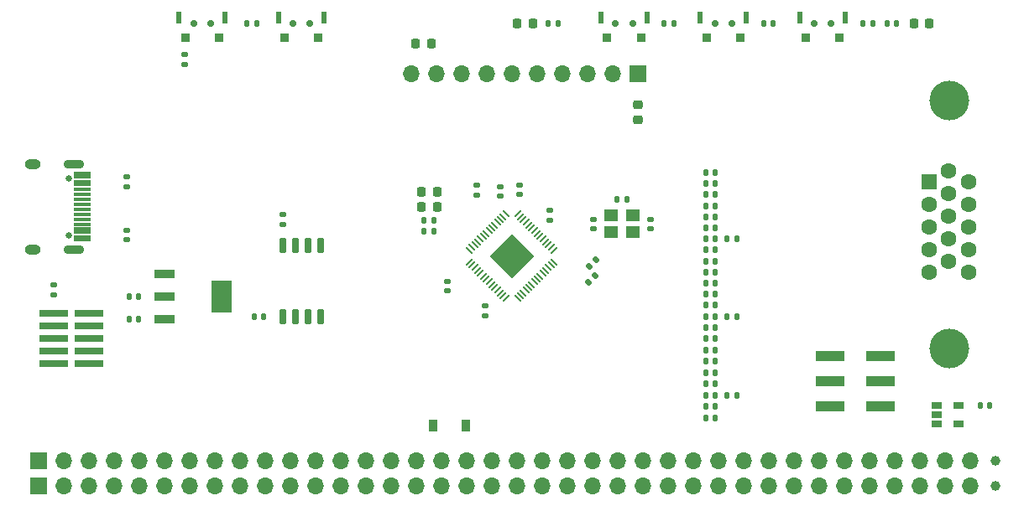
<source format=gts>
G04 #@! TF.GenerationSoftware,KiCad,Pcbnew,6.0.7-f9a2dced07~116~ubuntu22.04.1*
G04 #@! TF.CreationDate,2022-09-25T15:05:22-07:00*
G04 #@! TF.ProjectId,rc2014compat-pico-vga,72633230-3134-4636-9f6d-7061742d7069,rev?*
G04 #@! TF.SameCoordinates,Original*
G04 #@! TF.FileFunction,Soldermask,Top*
G04 #@! TF.FilePolarity,Negative*
%FSLAX46Y46*%
G04 Gerber Fmt 4.6, Leading zero omitted, Abs format (unit mm)*
G04 Created by KiCad (PCBNEW 6.0.7-f9a2dced07~116~ubuntu22.04.1) date 2022-09-25 15:05:22*
%MOMM*%
%LPD*%
G01*
G04 APERTURE LIST*
G04 Aperture macros list*
%AMRoundRect*
0 Rectangle with rounded corners*
0 $1 Rounding radius*
0 $2 $3 $4 $5 $6 $7 $8 $9 X,Y pos of 4 corners*
0 Add a 4 corners polygon primitive as box body*
4,1,4,$2,$3,$4,$5,$6,$7,$8,$9,$2,$3,0*
0 Add four circle primitives for the rounded corners*
1,1,$1+$1,$2,$3*
1,1,$1+$1,$4,$5*
1,1,$1+$1,$6,$7*
1,1,$1+$1,$8,$9*
0 Add four rect primitives between the rounded corners*
20,1,$1+$1,$2,$3,$4,$5,0*
20,1,$1+$1,$4,$5,$6,$7,0*
20,1,$1+$1,$6,$7,$8,$9,0*
20,1,$1+$1,$8,$9,$2,$3,0*%
G04 Aperture macros list end*
%ADD10RoundRect,0.218750X-0.218750X-0.256250X0.218750X-0.256250X0.218750X0.256250X-0.218750X0.256250X0*%
%ADD11RoundRect,0.147500X0.147500X0.172500X-0.147500X0.172500X-0.147500X-0.172500X0.147500X-0.172500X0*%
%ADD12R,3.000000X1.000000*%
%ADD13C,0.700000*%
%ADD14R,0.900000X0.900000*%
%ADD15R,0.600000X1.200000*%
%ADD16RoundRect,0.147500X0.172500X-0.147500X0.172500X0.147500X-0.172500X0.147500X-0.172500X-0.147500X0*%
%ADD17RoundRect,0.147500X-0.172500X0.147500X-0.172500X-0.147500X0.172500X-0.147500X0.172500X0.147500X0*%
%ADD18RoundRect,0.147500X0.017678X-0.226274X0.226274X-0.017678X-0.017678X0.226274X-0.226274X0.017678X0*%
%ADD19RoundRect,0.147500X-0.147500X-0.172500X0.147500X-0.172500X0.147500X0.172500X-0.147500X0.172500X0*%
%ADD20RoundRect,0.218750X0.218750X0.256250X-0.218750X0.256250X-0.218750X-0.256250X0.218750X-0.256250X0*%
%ADD21R,1.700000X1.700000*%
%ADD22O,1.700000X1.700000*%
%ADD23C,4.000000*%
%ADD24R,1.600000X1.600000*%
%ADD25C,1.600000*%
%ADD26R,1.060000X0.650000*%
%ADD27R,0.900000X1.200000*%
%ADD28R,2.997200X0.762000*%
%ADD29C,0.650000*%
%ADD30R,1.750000X0.300000*%
%ADD31O,1.600000X1.000000*%
%ADD32O,2.100000X0.900000*%
%ADD33RoundRect,0.218750X-0.256250X0.218750X-0.256250X-0.218750X0.256250X-0.218750X0.256250X0.218750X0*%
%ADD34RoundRect,0.150000X0.150000X-0.650000X0.150000X0.650000X-0.150000X0.650000X-0.150000X-0.650000X0*%
%ADD35RoundRect,0.050000X-0.238649X-0.309359X0.309359X0.238649X0.238649X0.309359X-0.309359X-0.238649X0*%
%ADD36RoundRect,0.050000X0.238649X-0.309359X0.309359X-0.238649X-0.238649X0.309359X-0.309359X0.238649X0*%
%ADD37RoundRect,0.144000X0.000000X-2.059095X2.059095X0.000000X0.000000X2.059095X-2.059095X0.000000X0*%
%ADD38R,1.400000X1.200000*%
%ADD39R,2.150000X0.950000*%
%ADD40R,2.150000X3.250000*%
%ADD41C,1.000000*%
G04 APERTURE END LIST*
D10*
G04 #@! TO.C,R37*
X194335300Y-121920000D03*
X195910300Y-121920000D03*
G04 #@! TD*
D11*
G04 #@! TO.C,R21*
X224005000Y-136779000D03*
X223035000Y-136779000D03*
G04 #@! TD*
D12*
G04 #@! TO.C,SW5*
X235585000Y-143637000D03*
X235585000Y-141097000D03*
X235585000Y-138547000D03*
X240665000Y-143637000D03*
X240665000Y-141097000D03*
X240665000Y-138557000D03*
G04 #@! TD*
D13*
G04 #@! TO.C,SW1*
X181362000Y-104910000D03*
X183062000Y-104910000D03*
D14*
X183912000Y-106360000D03*
X180512000Y-106360000D03*
D15*
X184512000Y-104310000D03*
X179912000Y-104310000D03*
G04 #@! TD*
D16*
G04 #@! TO.C,C14*
X204266800Y-122201800D03*
X204266800Y-121231800D03*
G04 #@! TD*
D11*
G04 #@! TO.C,R10*
X224005000Y-144780000D03*
X223035000Y-144780000D03*
G04 #@! TD*
D17*
G04 #@! TO.C,C17*
X200761600Y-133474600D03*
X200761600Y-134444600D03*
G04 #@! TD*
D11*
G04 #@! TO.C,R13*
X224005000Y-130048000D03*
X223035000Y-130048000D03*
G04 #@! TD*
G04 #@! TO.C,R9*
X224005000Y-143637000D03*
X223035000Y-143637000D03*
G04 #@! TD*
D18*
G04 #@! TO.C,C8*
X211289853Y-129451147D03*
X211975747Y-128765253D03*
G04 #@! TD*
D19*
G04 #@! TO.C,R33*
X214094200Y-122732800D03*
X215064200Y-122732800D03*
G04 #@! TD*
D17*
G04 #@! TO.C,R16*
X164592000Y-125803800D03*
X164592000Y-126773800D03*
G04 #@! TD*
D19*
G04 #@! TO.C,R1*
X218844000Y-104902000D03*
X219814000Y-104902000D03*
G04 #@! TD*
D20*
G04 #@! TO.C,D1*
X245577500Y-104910000D03*
X244002500Y-104910000D03*
G04 #@! TD*
D19*
G04 #@! TO.C,R35*
X177467400Y-134569200D03*
X178437400Y-134569200D03*
G04 #@! TD*
D17*
G04 #@! TO.C,C11*
X197002400Y-130985400D03*
X197002400Y-131955400D03*
G04 #@! TD*
D11*
G04 #@! TO.C,R3*
X224005000Y-137922000D03*
X223035000Y-137922000D03*
G04 #@! TD*
G04 #@! TO.C,R5*
X224005000Y-141351000D03*
X223035000Y-141351000D03*
G04 #@! TD*
D16*
G04 #@! TO.C,C16*
X157226000Y-132311000D03*
X157226000Y-131341000D03*
G04 #@! TD*
D13*
G04 #@! TO.C,SW4*
X233940000Y-104910000D03*
X235640000Y-104910000D03*
D14*
X236490000Y-106360000D03*
X233090000Y-106360000D03*
D15*
X232490000Y-104310000D03*
X237090000Y-104310000D03*
G04 #@! TD*
D11*
G04 #@! TO.C,R24*
X224005000Y-122224800D03*
X223035000Y-122224800D03*
G04 #@! TD*
D13*
G04 #@! TO.C,SW6*
X171362000Y-104910000D03*
X173062000Y-104910000D03*
D14*
X173912000Y-106360000D03*
X170512000Y-106360000D03*
D15*
X169912000Y-104310000D03*
X174512000Y-104310000D03*
G04 #@! TD*
D11*
G04 #@! TO.C,R30*
X224005000Y-127812800D03*
X223035000Y-127812800D03*
G04 #@! TD*
D21*
G04 #@! TO.C,J1*
X216149300Y-110032800D03*
D22*
X213609300Y-110032800D03*
X211069300Y-110032800D03*
X208529300Y-110032800D03*
X205989300Y-110032800D03*
X203449300Y-110032800D03*
X200909300Y-110032800D03*
X198369300Y-110032800D03*
X195829300Y-110032800D03*
X193289300Y-110032800D03*
G04 #@! TD*
D11*
G04 #@! TO.C,C3*
X165839000Y-134823200D03*
X164869000Y-134823200D03*
G04 #@! TD*
D23*
G04 #@! TO.C,J2*
X247605669Y-112737000D03*
X247605669Y-137737000D03*
D24*
X245555669Y-120922000D03*
D25*
X245555669Y-123212000D03*
X245555669Y-125502000D03*
X245555669Y-127792000D03*
X245555669Y-130082000D03*
X247535669Y-119777000D03*
X247535669Y-122067000D03*
X247535669Y-124357000D03*
X247535669Y-126647000D03*
X247535669Y-128937000D03*
X249515669Y-120922000D03*
X249515669Y-123212000D03*
X249515669Y-125502000D03*
X249515669Y-127792000D03*
X249515669Y-130082000D03*
G04 #@! TD*
D26*
G04 #@! TO.C,U1*
X246296000Y-143525200D03*
X246296000Y-144475200D03*
X246296000Y-145425200D03*
X248496000Y-145425200D03*
X248496000Y-143525200D03*
G04 #@! TD*
D11*
G04 #@! TO.C,R23*
X224005000Y-123342400D03*
X223035000Y-123342400D03*
G04 #@! TD*
D10*
G04 #@! TO.C,D3*
X204002500Y-104910000D03*
X205577500Y-104910000D03*
G04 #@! TD*
D11*
G04 #@! TO.C,R2*
X224005000Y-139065000D03*
X223035000Y-139065000D03*
G04 #@! TD*
G04 #@! TO.C,R7*
X224005000Y-142494000D03*
X223035000Y-142494000D03*
G04 #@! TD*
D16*
G04 #@! TO.C,C6*
X211734400Y-125656200D03*
X211734400Y-124686200D03*
G04 #@! TD*
D11*
G04 #@! TO.C,R32*
X224005000Y-119989600D03*
X223035000Y-119989600D03*
G04 #@! TD*
G04 #@! TO.C,R29*
X224005000Y-128930400D03*
X223035000Y-128930400D03*
G04 #@! TD*
D27*
G04 #@! TO.C,D2*
X195555600Y-145542000D03*
X198855600Y-145542000D03*
G04 #@! TD*
D19*
G04 #@! TO.C,R22*
X238910000Y-104902000D03*
X239880000Y-104902000D03*
G04 #@! TD*
D16*
G04 #@! TO.C,C10*
X199948800Y-122252600D03*
X199948800Y-121282600D03*
G04 #@! TD*
D11*
G04 #@! TO.C,R27*
X226164000Y-126695200D03*
X225194000Y-126695200D03*
G04 #@! TD*
D16*
G04 #@! TO.C,C18*
X207314800Y-124792600D03*
X207314800Y-123822600D03*
G04 #@! TD*
D11*
G04 #@! TO.C,R38*
X208130000Y-104902000D03*
X207160000Y-104902000D03*
G04 #@! TD*
D13*
G04 #@! TO.C,SW2*
X215640000Y-104910000D03*
X213940000Y-104910000D03*
D14*
X216490000Y-106360000D03*
X213090000Y-106360000D03*
D15*
X212490000Y-104310000D03*
X217090000Y-104310000D03*
G04 #@! TD*
D28*
G04 #@! TO.C,J6*
X157226000Y-134239000D03*
X160782000Y-134239000D03*
X157226000Y-135509000D03*
X160782000Y-135509000D03*
X157226000Y-136779000D03*
X160782000Y-136779000D03*
X157226000Y-138049000D03*
X160782000Y-138049000D03*
X157226000Y-139319000D03*
X160782000Y-139319000D03*
G04 #@! TD*
D13*
G04 #@! TO.C,SW3*
X223940000Y-104910000D03*
X225640000Y-104910000D03*
D14*
X226490000Y-106360000D03*
X223090000Y-106360000D03*
D15*
X227090000Y-104310000D03*
X222490000Y-104310000D03*
G04 #@! TD*
D11*
G04 #@! TO.C,R20*
X224005000Y-135636000D03*
X223035000Y-135636000D03*
G04 #@! TD*
D29*
G04 #@! TO.C,J3*
X158782000Y-126334000D03*
X158782000Y-120554000D03*
D30*
X160122000Y-120094000D03*
X160122000Y-120894000D03*
X160122000Y-122194000D03*
X160122000Y-123194000D03*
X160122000Y-123694000D03*
X160122000Y-124694000D03*
X160122000Y-125994000D03*
X160122000Y-126794000D03*
X160122000Y-126494000D03*
X160122000Y-125694000D03*
X160122000Y-125194000D03*
X160122000Y-124194000D03*
X160122000Y-122694000D03*
X160122000Y-121694000D03*
X160122000Y-121194000D03*
X160122000Y-120394000D03*
D31*
X155102000Y-127764000D03*
D32*
X159282000Y-119124000D03*
X159282000Y-127764000D03*
D31*
X155102000Y-119124000D03*
G04 #@! TD*
D11*
G04 #@! TO.C,C15*
X195607800Y-124815600D03*
X194637800Y-124815600D03*
G04 #@! TD*
D33*
G04 #@! TO.C,C1*
X216154000Y-113106100D03*
X216154000Y-114681100D03*
G04 #@! TD*
D11*
G04 #@! TO.C,R17*
X226164000Y-134518400D03*
X225194000Y-134518400D03*
G04 #@! TD*
G04 #@! TO.C,R28*
X224005000Y-126695200D03*
X223035000Y-126695200D03*
G04 #@! TD*
G04 #@! TO.C,R15*
X224005000Y-133400800D03*
X223035000Y-133400800D03*
G04 #@! TD*
D19*
G04 #@! TO.C,C5*
X250721000Y-143510000D03*
X251691000Y-143510000D03*
G04 #@! TD*
D34*
G04 #@! TO.C,U3*
X180365400Y-134562400D03*
X181635400Y-134562400D03*
X182905400Y-134562400D03*
X184175400Y-134562400D03*
X184175400Y-127362400D03*
X182905400Y-127362400D03*
X181635400Y-127362400D03*
X180365400Y-127362400D03*
G04 #@! TD*
D35*
G04 #@! TO.C,U2*
X199180143Y-129027302D03*
X199462986Y-129310145D03*
X199745828Y-129592987D03*
X200028671Y-129875830D03*
X200311514Y-130158673D03*
X200594356Y-130441515D03*
X200877199Y-130724358D03*
X201160042Y-131007201D03*
X201442885Y-131290044D03*
X201725727Y-131572886D03*
X202008570Y-131855729D03*
X202291413Y-132138572D03*
X202574255Y-132421414D03*
X202857098Y-132704257D03*
D36*
X204041502Y-132704257D03*
X204324345Y-132421414D03*
X204607187Y-132138572D03*
X204890030Y-131855729D03*
X205172873Y-131572886D03*
X205455715Y-131290044D03*
X205738558Y-131007201D03*
X206021401Y-130724358D03*
X206304244Y-130441515D03*
X206587086Y-130158673D03*
X206869929Y-129875830D03*
X207152772Y-129592987D03*
X207435614Y-129310145D03*
X207718457Y-129027302D03*
D35*
X207718457Y-127842898D03*
X207435614Y-127560055D03*
X207152772Y-127277213D03*
X206869929Y-126994370D03*
X206587086Y-126711527D03*
X206304244Y-126428685D03*
X206021401Y-126145842D03*
X205738558Y-125862999D03*
X205455715Y-125580156D03*
X205172873Y-125297314D03*
X204890030Y-125014471D03*
X204607187Y-124731628D03*
X204324345Y-124448786D03*
X204041502Y-124165943D03*
D36*
X202857098Y-124165943D03*
X202574255Y-124448786D03*
X202291413Y-124731628D03*
X202008570Y-125014471D03*
X201725727Y-125297314D03*
X201442885Y-125580156D03*
X201160042Y-125862999D03*
X200877199Y-126145842D03*
X200594356Y-126428685D03*
X200311514Y-126711527D03*
X200028671Y-126994370D03*
X199745828Y-127277213D03*
X199462986Y-127560055D03*
X199180143Y-127842898D03*
D37*
X203449300Y-128435100D03*
G04 #@! TD*
D11*
G04 #@! TO.C,R14*
X224005000Y-132283200D03*
X223035000Y-132283200D03*
G04 #@! TD*
D16*
G04 #@! TO.C,C12*
X180340000Y-125199000D03*
X180340000Y-124229000D03*
G04 #@! TD*
G04 #@! TO.C,R39*
X170484800Y-109044600D03*
X170484800Y-108074600D03*
G04 #@! TD*
G04 #@! TO.C,C19*
X202336400Y-122354200D03*
X202336400Y-121384200D03*
G04 #@! TD*
D11*
G04 #@! TO.C,C9*
X195607800Y-125882400D03*
X194637800Y-125882400D03*
G04 #@! TD*
D38*
G04 #@! TO.C,X1*
X213479200Y-126021200D03*
X215679200Y-126021200D03*
X215679200Y-124321200D03*
X213479200Y-124321200D03*
G04 #@! TD*
D10*
G04 #@! TO.C,R36*
X194335300Y-123444000D03*
X195910300Y-123444000D03*
G04 #@! TD*
D19*
G04 #@! TO.C,R34*
X176756200Y-104902000D03*
X177726200Y-104902000D03*
G04 #@! TD*
D39*
G04 #@! TO.C,VR1*
X168397600Y-130237200D03*
X168397600Y-132537200D03*
X168397600Y-134837200D03*
D40*
X174197600Y-132537200D03*
G04 #@! TD*
D11*
G04 #@! TO.C,C4*
X165839000Y-132537200D03*
X164869000Y-132537200D03*
G04 #@! TD*
D20*
G04 #@! TO.C,C2*
X195351500Y-106984800D03*
X193776500Y-106984800D03*
G04 #@! TD*
D11*
G04 #@! TO.C,R4*
X224005000Y-140208000D03*
X223035000Y-140208000D03*
G04 #@! TD*
G04 #@! TO.C,R6*
X226164000Y-142494000D03*
X225194000Y-142494000D03*
G04 #@! TD*
G04 #@! TO.C,R12*
X224005000Y-131165600D03*
X223035000Y-131165600D03*
G04 #@! TD*
D16*
G04 #@! TO.C,R19*
X164592000Y-121389000D03*
X164592000Y-120419000D03*
G04 #@! TD*
D18*
G04 #@! TO.C,C13*
X211188253Y-131076747D03*
X211874147Y-130390853D03*
G04 #@! TD*
D11*
G04 #@! TO.C,R18*
X224005000Y-134518400D03*
X223035000Y-134518400D03*
G04 #@! TD*
G04 #@! TO.C,R26*
X224005000Y-125577600D03*
X223035000Y-125577600D03*
G04 #@! TD*
G04 #@! TO.C,R25*
X224005000Y-124460000D03*
X223035000Y-124460000D03*
G04 #@! TD*
D19*
G04 #@! TO.C,R8*
X241323000Y-104902000D03*
X242293000Y-104902000D03*
G04 #@! TD*
D11*
G04 #@! TO.C,R31*
X224005000Y-121107200D03*
X223035000Y-121107200D03*
G04 #@! TD*
D16*
G04 #@! TO.C,C7*
X217424000Y-125656200D03*
X217424000Y-124686200D03*
G04 #@! TD*
D19*
G04 #@! TO.C,R11*
X228877000Y-104902000D03*
X229847000Y-104902000D03*
G04 #@! TD*
D21*
G04 #@! TO.C,J5*
X155702000Y-151612600D03*
D22*
X158242000Y-151612600D03*
X160782000Y-151612600D03*
X163322000Y-151612600D03*
X165862000Y-151612600D03*
X168402000Y-151612600D03*
X170942000Y-151612600D03*
X173482000Y-151612600D03*
X176022000Y-151612600D03*
X178562000Y-151612600D03*
X181102000Y-151612600D03*
X183642000Y-151612600D03*
X186182000Y-151612600D03*
X188722000Y-151612600D03*
X191262000Y-151612600D03*
X193802000Y-151612600D03*
X196342000Y-151612600D03*
X198882000Y-151612600D03*
X201422000Y-151612600D03*
X203962000Y-151612600D03*
X206502000Y-151612600D03*
X209042000Y-151612600D03*
X211582000Y-151612600D03*
X214122000Y-151612600D03*
X216662000Y-151612600D03*
X219202000Y-151612600D03*
X221742000Y-151612600D03*
X224282000Y-151612600D03*
X226822000Y-151612600D03*
X229362000Y-151612600D03*
X231902000Y-151612600D03*
X234442000Y-151612600D03*
X236982000Y-151612600D03*
X239522000Y-151612600D03*
X242062000Y-151612600D03*
X244602000Y-151612600D03*
X247142000Y-151612600D03*
X249682000Y-151612600D03*
D41*
X252222000Y-151612600D03*
G04 #@! TD*
D21*
G04 #@! TO.C,J4*
X155702000Y-149072600D03*
D22*
X158242000Y-149072600D03*
X160782000Y-149072600D03*
X163322000Y-149072600D03*
X165862000Y-149072600D03*
X168402000Y-149072600D03*
X170942000Y-149072600D03*
X173482000Y-149072600D03*
X176022000Y-149072600D03*
X178562000Y-149072600D03*
X181102000Y-149072600D03*
X183642000Y-149072600D03*
X186182000Y-149072600D03*
X188722000Y-149072600D03*
X191262000Y-149072600D03*
X193802000Y-149072600D03*
X196342000Y-149072600D03*
X198882000Y-149072600D03*
X201422000Y-149072600D03*
X203962000Y-149072600D03*
X206502000Y-149072600D03*
X209042000Y-149072600D03*
X211582000Y-149072600D03*
X214122000Y-149072600D03*
X216662000Y-149072600D03*
X219202000Y-149072600D03*
X221742000Y-149072600D03*
X224282000Y-149072600D03*
X226822000Y-149072600D03*
X229362000Y-149072600D03*
X231902000Y-149072600D03*
X234442000Y-149072600D03*
X236982000Y-149072600D03*
X239522000Y-149072600D03*
X242062000Y-149072600D03*
X244602000Y-149072600D03*
X247142000Y-149072600D03*
X249682000Y-149072600D03*
D41*
X252222000Y-149072600D03*
G04 #@! TD*
M02*

</source>
